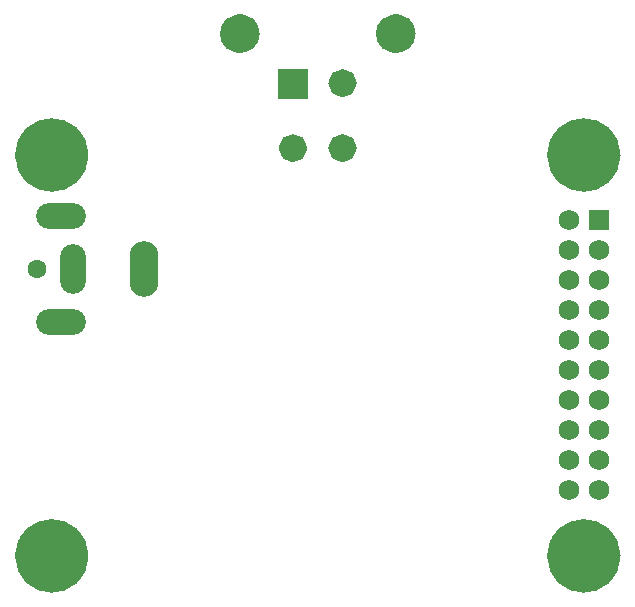
<source format=gbr>
%TF.GenerationSoftware,KiCad,Pcbnew,9.0.6*%
%TF.CreationDate,2026-02-27T09:42:09+00:00*%
%TF.ProjectId,Foinse,466f696e-7365-42e6-9b69-6361645f7063,rev?*%
%TF.SameCoordinates,Original*%
%TF.FileFunction,Soldermask,Bot*%
%TF.FilePolarity,Negative*%
%FSLAX46Y46*%
G04 Gerber Fmt 4.6, Leading zero omitted, Abs format (unit mm)*
G04 Created by KiCad (PCBNEW 9.0.6) date 2026-02-27 09:42:09*
%MOMM*%
%LPD*%
G01*
G04 APERTURE LIST*
G04 Aperture macros list*
%AMRoundRect*
0 Rectangle with rounded corners*
0 $1 Rounding radius*
0 $2 $3 $4 $5 $6 $7 $8 $9 X,Y pos of 4 corners*
0 Add a 4 corners polygon primitive as box body*
4,1,4,$2,$3,$4,$5,$6,$7,$8,$9,$2,$3,0*
0 Add four circle primitives for the rounded corners*
1,1,$1+$1,$2,$3*
1,1,$1+$1,$4,$5*
1,1,$1+$1,$6,$7*
1,1,$1+$1,$8,$9*
0 Add four rect primitives between the rounded corners*
20,1,$1+$1,$2,$3,$4,$5,0*
20,1,$1+$1,$4,$5,$6,$7,0*
20,1,$1+$1,$6,$7,$8,$9,0*
20,1,$1+$1,$8,$9,$2,$3,0*%
G04 Aperture macros list end*
%ADD10C,3.100000*%
%ADD11C,1.676200*%
%ADD12C,1.226200*%
%ADD13C,0.010000*%
%ADD14C,3.200000*%
%ADD15RoundRect,0.102000X0.762000X-0.762000X0.762000X0.762000X-0.762000X0.762000X-0.762000X-0.762000X0*%
%ADD16C,1.728000*%
%ADD17C,1.600000*%
%ADD18O,2.454000X4.704000*%
%ADD19O,2.204000X4.204000*%
%ADD20O,4.204000X2.204000*%
G04 APERTURE END LIST*
D10*
X177063553Y-63102928D02*
G75*
G02*
X173963553Y-63102928I-1550000J0D01*
G01*
X173963553Y-63102928D02*
G75*
G02*
X177063553Y-63102928I1550000J0D01*
G01*
X132018911Y-63102928D02*
G75*
G02*
X128918911Y-63102928I-1550000J0D01*
G01*
X128918911Y-63102928D02*
G75*
G02*
X132018911Y-63102928I1550000J0D01*
G01*
X132018911Y-97044054D02*
G75*
G02*
X128918911Y-97044054I-1550000J0D01*
G01*
X128918911Y-97044054D02*
G75*
G02*
X132018911Y-97044054I1550000J0D01*
G01*
X177063553Y-97044054D02*
G75*
G02*
X173963553Y-97044054I-1550000J0D01*
G01*
X173963553Y-97044054D02*
G75*
G02*
X177063553Y-97044054I1550000J0D01*
G01*
D11*
%TO.C,J15*%
X147228565Y-52823677D02*
G75*
G02*
X145552365Y-52823677I-838100J0D01*
G01*
X145552365Y-52823677D02*
G75*
G02*
X147228565Y-52823677I838100J0D01*
G01*
D12*
X151503565Y-62523677D02*
G75*
G02*
X150277365Y-62523677I-613100J0D01*
G01*
X150277365Y-62523677D02*
G75*
G02*
X151503565Y-62523677I613100J0D01*
G01*
X155703565Y-57023677D02*
G75*
G02*
X154477365Y-57023677I-613100J0D01*
G01*
X154477365Y-57023677D02*
G75*
G02*
X155703565Y-57023677I613100J0D01*
G01*
X155703565Y-62523677D02*
G75*
G02*
X154477365Y-62523677I-613100J0D01*
G01*
X154477365Y-62523677D02*
G75*
G02*
X155703565Y-62523677I613100J0D01*
G01*
D11*
X160428565Y-52823677D02*
G75*
G02*
X158752365Y-52823677I-838100J0D01*
G01*
X158752365Y-52823677D02*
G75*
G02*
X160428565Y-52823677I838100J0D01*
G01*
D13*
X152116665Y-58249877D02*
X149664265Y-58249877D01*
X149664265Y-55797477D01*
X152116665Y-55797477D01*
X152116665Y-58249877D01*
G36*
X152116665Y-58249877D02*
G01*
X149664265Y-58249877D01*
X149664265Y-55797477D01*
X152116665Y-55797477D01*
X152116665Y-58249877D01*
G37*
%TD*%
D14*
%TO.C,J15*%
X159590465Y-52823677D03*
X146390465Y-52823677D03*
%TD*%
D15*
%TO.C,J1*%
X176790000Y-68640000D03*
D16*
X174250000Y-68640000D03*
X176790000Y-71180000D03*
X174250000Y-71180000D03*
X176790000Y-73720000D03*
X174250000Y-73720000D03*
X176790000Y-76260000D03*
X174250000Y-76260000D03*
X176790000Y-78800000D03*
X174250000Y-78800000D03*
X176790000Y-81340000D03*
X174250000Y-81340000D03*
X176790000Y-83880000D03*
X174250000Y-83880000D03*
X176790000Y-86420000D03*
X174250000Y-86420000D03*
X176790000Y-88960000D03*
X174250000Y-88960000D03*
X176790000Y-91500000D03*
X174250000Y-91500000D03*
%TD*%
D17*
%TO.C,J3*%
X129250000Y-72750000D03*
D18*
X138250000Y-72750000D03*
D19*
X132250000Y-72750000D03*
D20*
X131250000Y-77250000D03*
X131250000Y-68250000D03*
%TD*%
M02*

</source>
